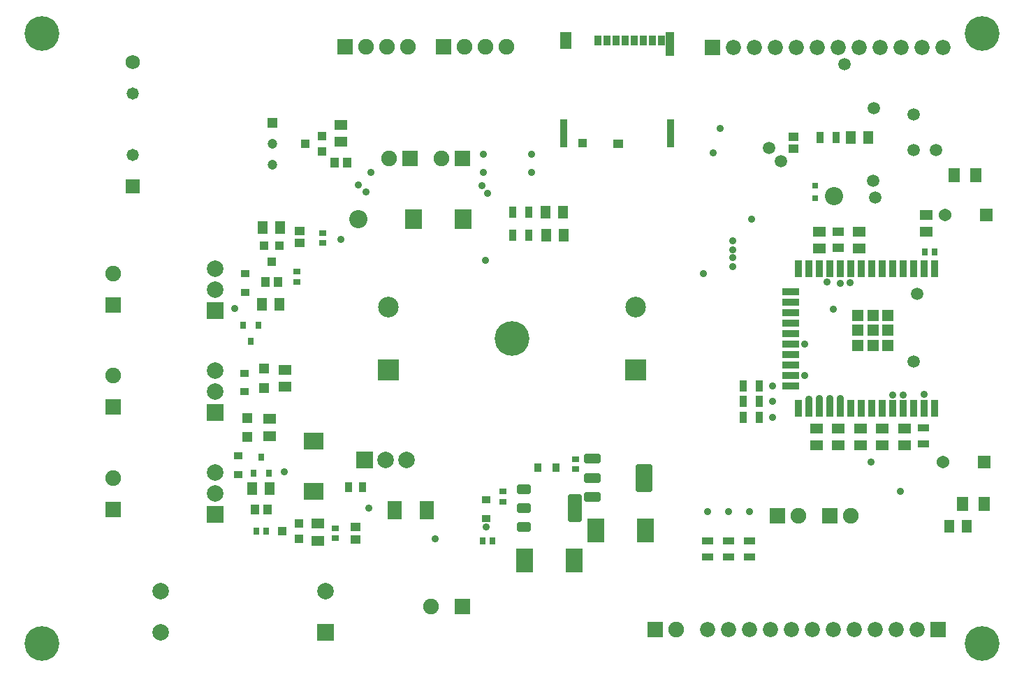
<source format=gts>
G04*
G04 #@! TF.GenerationSoftware,Altium Limited,Altium Designer,22.7.1 (60)*
G04*
G04 Layer_Color=8388736*
%FSLAX44Y44*%
%MOMM*%
G71*
G04*
G04 #@! TF.SameCoordinates,C135ED8F-C31E-46FA-BF74-57CE0E3476C4*
G04*
G04*
G04 #@! TF.FilePolarity,Negative*
G04*
G01*
G75*
%ADD14R,1.4082X1.0065*%
%ADD15R,1.5082X1.2065*%
%ADD18R,0.9500X1.4500*%
%ADD19R,0.7500X0.9000*%
%ADD20R,1.4000X1.8000*%
%ADD22R,1.4500X0.9500*%
%ADD23R,1.2065X1.5082*%
%ADD25R,1.0046X1.2621*%
%ADD26R,0.9000X2.0000*%
%ADD27R,2.0000X0.9000*%
%ADD28R,1.3300X1.3300*%
%ADD29R,0.9000X0.7500*%
%ADD30R,1.2621X1.0046*%
%ADD31R,0.8000X0.9000*%
%ADD35R,2.0000X3.0000*%
%ADD36R,1.1500X1.1500*%
%ADD37R,2.3300X1.9900*%
%ADD38R,0.8065X1.3082*%
%ADD43R,0.8000X0.8000*%
%ADD44R,1.7145X2.1844*%
%ADD45R,1.9900X2.3300*%
G04:AMPARAMS|DCode=49|XSize=1.1032mm|YSize=1.9532mm|CornerRadius=0.1511mm|HoleSize=0mm|Usage=FLASHONLY|Rotation=90.000|XOffset=0mm|YOffset=0mm|HoleType=Round|Shape=RoundedRectangle|*
%AMROUNDEDRECTD49*
21,1,1.1032,1.6510,0,0,90.0*
21,1,0.8010,1.9532,0,0,90.0*
1,1,0.3022,0.8255,0.4005*
1,1,0.3022,0.8255,-0.4005*
1,1,0.3022,-0.8255,-0.4005*
1,1,0.3022,-0.8255,0.4005*
%
%ADD49ROUNDEDRECTD49*%
G04:AMPARAMS|DCode=50|XSize=3.4032mm|YSize=1.9532mm|CornerRadius=0.1541mm|HoleSize=0mm|Usage=FLASHONLY|Rotation=90.000|XOffset=0mm|YOffset=0mm|HoleType=Round|Shape=RoundedRectangle|*
%AMROUNDEDRECTD50*
21,1,3.4032,1.6450,0,0,90.0*
21,1,3.0950,1.9532,0,0,90.0*
1,1,0.3082,0.8225,1.5475*
1,1,0.3082,0.8225,-1.5475*
1,1,0.3082,-0.8225,-1.5475*
1,1,0.3082,-0.8225,1.5475*
%
%ADD50ROUNDEDRECTD50*%
%ADD51R,1.0332X0.8332*%
%ADD52R,1.1032X1.0032*%
%ADD53R,1.0032X1.1032*%
G04:AMPARAMS|DCode=54|XSize=3.3532mm|YSize=1.6532mm|CornerRadius=0.1524mm|HoleSize=0mm|Usage=FLASHONLY|Rotation=90.000|XOffset=0mm|YOffset=0mm|HoleType=Round|Shape=RoundedRectangle|*
%AMROUNDEDRECTD54*
21,1,3.3532,1.3485,0,0,90.0*
21,1,3.0485,1.6532,0,0,90.0*
1,1,0.3047,0.6743,1.5243*
1,1,0.3047,0.6743,-1.5243*
1,1,0.3047,-0.6743,-1.5243*
1,1,0.3047,-0.6743,1.5243*
%
%ADD54ROUNDEDRECTD54*%
G04:AMPARAMS|DCode=55|XSize=1.1032mm|YSize=1.6532mm|CornerRadius=0.1511mm|HoleSize=0mm|Usage=FLASHONLY|Rotation=90.000|XOffset=0mm|YOffset=0mm|HoleType=Round|Shape=RoundedRectangle|*
%AMROUNDEDRECTD55*
21,1,1.1032,1.3510,0,0,90.0*
21,1,0.8010,1.6532,0,0,90.0*
1,1,0.3022,0.6755,0.4005*
1,1,0.3022,0.6755,-0.4005*
1,1,0.3022,-0.6755,-0.4005*
1,1,0.3022,-0.6755,0.4005*
%
%ADD55ROUNDEDRECTD55*%
%ADD56R,0.9032X1.3032*%
%ADD57R,1.0632X3.0032*%
%ADD58R,0.9032X3.5032*%
%ADD59R,1.3432X2.0332*%
%ADD60R,1.1032X1.1332*%
%ADD61R,1.2532X0.9832*%
%ADD62R,0.8332X1.0332*%
%ADD63R,2.5000X2.5000*%
%ADD64C,2.5000*%
%ADD65C,1.5406*%
%ADD66R,1.5406X1.5406*%
%ADD67C,1.2000*%
%ADD68R,1.2000X1.2000*%
%ADD69R,1.7500X1.7500*%
%ADD70C,1.7500*%
%ADD71C,1.8400*%
%ADD72R,1.8400X1.8400*%
%ADD73C,1.9032*%
%ADD74R,1.9032X1.9032*%
%ADD75R,1.9032X1.9032*%
%ADD76R,2.0000X2.0000*%
%ADD77C,2.0000*%
%ADD78R,2.0000X2.0000*%
%ADD79C,4.2032*%
%ADD80C,1.5032*%
%ADD81C,0.9032*%
%ADD82C,2.2032*%
%ADD83C,1.4732*%
D14*
X995680Y529478D02*
D03*
Y510461D02*
D03*
D15*
X972820Y529939D02*
D03*
Y508921D02*
D03*
X1075690Y270161D02*
D03*
Y291179D02*
D03*
X1049020Y270161D02*
D03*
Y291179D02*
D03*
X1022350D02*
D03*
Y270161D02*
D03*
X995680Y291179D02*
D03*
Y270161D02*
D03*
X969010Y291179D02*
D03*
Y270161D02*
D03*
X1102360Y550259D02*
D03*
Y529241D02*
D03*
X392430Y638461D02*
D03*
Y659479D02*
D03*
X364490Y154591D02*
D03*
Y175609D02*
D03*
X325120Y341281D02*
D03*
Y362299D02*
D03*
X306070Y302609D02*
D03*
Y281591D02*
D03*
X1021080Y529939D02*
D03*
Y508921D02*
D03*
D18*
X880520Y342900D02*
D03*
X900020D02*
D03*
X880520Y304800D02*
D03*
X900020D02*
D03*
X880520Y323850D02*
D03*
X900020D02*
D03*
X620620Y525780D02*
D03*
X601120D02*
D03*
X620620Y553720D02*
D03*
X601120D02*
D03*
X973230Y643890D02*
D03*
X992730D02*
D03*
D19*
X1100170Y505460D02*
D03*
X1112170D02*
D03*
X576230Y154940D02*
D03*
X564230D02*
D03*
X301910Y166370D02*
D03*
X289910D02*
D03*
D20*
X1146510Y199390D02*
D03*
X1172510D02*
D03*
X1162350Y598170D02*
D03*
X1136350D02*
D03*
D22*
X1098550Y272190D02*
D03*
Y291690D02*
D03*
X887730Y154530D02*
D03*
Y135030D02*
D03*
X862330Y154530D02*
D03*
Y135030D02*
D03*
X836930Y154530D02*
D03*
Y135030D02*
D03*
D23*
X1150969Y172720D02*
D03*
X1129951D02*
D03*
X641350Y525780D02*
D03*
X662367D02*
D03*
X641001Y553720D02*
D03*
X662019D02*
D03*
X317849Y441960D02*
D03*
X296831D02*
D03*
X306419Y218440D02*
D03*
X285401D02*
D03*
X1031589Y643890D02*
D03*
X298101Y534670D02*
D03*
X319119D02*
D03*
X1010571Y643890D02*
D03*
D25*
X384922Y613410D02*
D03*
X399938D02*
D03*
X303418Y193040D02*
D03*
X288402D02*
D03*
X301214Y468630D02*
D03*
X316230D02*
D03*
D26*
X1112600Y485000D02*
D03*
X1099900D02*
D03*
X1087200D02*
D03*
X1074500D02*
D03*
X1061800D02*
D03*
X1049100D02*
D03*
X1036400D02*
D03*
X1023700D02*
D03*
X1011000D02*
D03*
X998300D02*
D03*
X985600D02*
D03*
X972900D02*
D03*
X960200D02*
D03*
X947500D02*
D03*
Y315000D02*
D03*
X960200D02*
D03*
X972900D02*
D03*
X985600D02*
D03*
X998300D02*
D03*
X1011000D02*
D03*
X1023700D02*
D03*
X1036400D02*
D03*
X1049100D02*
D03*
X1061800D02*
D03*
X1074500D02*
D03*
X1087200D02*
D03*
X1099900D02*
D03*
X1112600D02*
D03*
D27*
X937500Y457150D02*
D03*
Y444450D02*
D03*
Y431750D02*
D03*
Y419050D02*
D03*
Y406350D02*
D03*
Y393650D02*
D03*
Y380950D02*
D03*
Y368250D02*
D03*
Y355550D02*
D03*
Y342850D02*
D03*
D28*
X1055950Y428350D02*
D03*
Y410000D02*
D03*
Y391650D02*
D03*
X1037600Y428350D02*
D03*
Y410000D02*
D03*
Y391650D02*
D03*
X1019250Y428350D02*
D03*
Y410000D02*
D03*
Y391650D02*
D03*
D29*
X386080Y157830D02*
D03*
Y169830D02*
D03*
X676910Y253650D02*
D03*
Y241650D02*
D03*
X589280Y214280D02*
D03*
Y202280D02*
D03*
X339090Y468980D02*
D03*
Y480980D02*
D03*
X370840Y527970D02*
D03*
Y515970D02*
D03*
D30*
X410210Y156322D02*
D03*
Y171338D02*
D03*
X941070Y645048D02*
D03*
Y630032D02*
D03*
X342900Y530860D02*
D03*
Y515844D02*
D03*
D31*
X283210Y396400D02*
D03*
X292710Y416400D02*
D03*
X273710D02*
D03*
X286410Y236380D02*
D03*
X305410D02*
D03*
X295910Y256380D02*
D03*
D35*
X675160Y130810D02*
D03*
X615160D02*
D03*
X761520Y167640D02*
D03*
X701520D02*
D03*
D36*
X299720Y363540D02*
D03*
Y340041D02*
D03*
X279400Y280350D02*
D03*
Y303850D02*
D03*
D37*
X359410Y215010D02*
D03*
Y275210D02*
D03*
D38*
X401701Y219710D02*
D03*
X418719D02*
D03*
D43*
X967740Y570350D02*
D03*
Y585350D02*
D03*
D44*
X496888Y191770D02*
D03*
X458153D02*
D03*
D45*
X540640Y544830D02*
D03*
X480440D02*
D03*
D49*
X697730Y254140D02*
D03*
Y231140D02*
D03*
Y208140D02*
D03*
D50*
X760230Y231140D02*
D03*
D51*
X568960Y204190D02*
D03*
Y181890D02*
D03*
X276860Y456210D02*
D03*
Y478510D02*
D03*
X267970Y235230D02*
D03*
Y257530D02*
D03*
X275590Y335560D02*
D03*
Y357860D02*
D03*
D52*
X369410Y626770D02*
D03*
X349410Y636270D02*
D03*
X369410Y645770D02*
D03*
X321470Y166370D02*
D03*
X341470Y175870D02*
D03*
Y156870D02*
D03*
D53*
X318110Y512920D02*
D03*
X308610Y492920D02*
D03*
X299110Y512920D02*
D03*
D54*
X675910Y194310D02*
D03*
D55*
X614410D02*
D03*
Y171310D02*
D03*
Y217310D02*
D03*
D56*
X758835Y762000D02*
D03*
X703835D02*
D03*
X714835D02*
D03*
X725835D02*
D03*
X736835D02*
D03*
X747835D02*
D03*
X769835D02*
D03*
X780835D02*
D03*
D57*
X791635Y757000D02*
D03*
D58*
X792435Y649200D02*
D03*
X662835D02*
D03*
D59*
X665035Y761850D02*
D03*
D60*
X685935Y637350D02*
D03*
D61*
X728585Y636600D02*
D03*
D62*
X653770Y243066D02*
D03*
X631470D02*
D03*
D63*
X450000Y361900D02*
D03*
X750000D02*
D03*
D64*
X450000Y438100D02*
D03*
X750000D02*
D03*
D65*
X1124981Y550000D02*
D03*
X1122441Y250000D02*
D03*
D66*
X1175019Y550000D02*
D03*
X1172479Y250000D02*
D03*
D67*
X309830Y610870D02*
D03*
Y636270D02*
D03*
D68*
Y661670D02*
D03*
D69*
X140000Y585000D02*
D03*
D70*
Y735000D02*
D03*
D71*
X1122830Y753110D02*
D03*
X1097430D02*
D03*
X1072030D02*
D03*
X1046630D02*
D03*
X1021230D02*
D03*
X995830D02*
D03*
X970430D02*
D03*
X945030D02*
D03*
X919630D02*
D03*
X894230D02*
D03*
X868830D02*
D03*
X938530Y46990D02*
D03*
X836930D02*
D03*
X862330D02*
D03*
X887730D02*
D03*
X989330D02*
D03*
X1014730D02*
D03*
X1040130D02*
D03*
X1065530D02*
D03*
X1090930D02*
D03*
X963930D02*
D03*
X913130D02*
D03*
D72*
X843430Y753110D02*
D03*
X1116330Y46990D02*
D03*
D73*
X116840Y478790D02*
D03*
Y231140D02*
D03*
X501650Y74830D02*
D03*
X798830Y46990D02*
D03*
X514350Y618490D02*
D03*
X450850D02*
D03*
X947420Y185420D02*
D03*
X1010920D02*
D03*
X542290Y754380D02*
D03*
X567690D02*
D03*
X593090D02*
D03*
X422910D02*
D03*
X448310D02*
D03*
X473710D02*
D03*
X116840Y354965D02*
D03*
D74*
Y440690D02*
D03*
Y193040D02*
D03*
Y316865D02*
D03*
D75*
X539750Y74830D02*
D03*
X773430Y46990D02*
D03*
X539750Y618490D02*
D03*
X476250D02*
D03*
X922020Y185420D02*
D03*
X985520D02*
D03*
X516890Y754380D02*
D03*
X397510D02*
D03*
D76*
X239780Y434340D02*
D03*
Y310515D02*
D03*
Y186690D02*
D03*
X374320Y43580D02*
D03*
D77*
X239780Y459740D02*
D03*
Y485140D02*
D03*
Y335915D02*
D03*
Y361315D02*
D03*
Y212090D02*
D03*
Y237490D02*
D03*
X447040Y252980D02*
D03*
X472440D02*
D03*
X174320Y93580D02*
D03*
Y43580D02*
D03*
X374320Y93580D02*
D03*
D78*
X421640Y252980D02*
D03*
D79*
X1170000Y770000D02*
D03*
X30000D02*
D03*
Y30480D02*
D03*
X600000Y400000D02*
D03*
X1170000Y30000D02*
D03*
D80*
X1113790Y628650D02*
D03*
X1040130Y571500D02*
D03*
X1037590Y591820D02*
D03*
X1038860Y679450D02*
D03*
X1090930Y454660D02*
D03*
X1003300Y732790D02*
D03*
X925830Y615020D02*
D03*
X911860Y631190D02*
D03*
X1087120Y671830D02*
D03*
Y628650D02*
D03*
Y372110D02*
D03*
D81*
X1035050Y250190D02*
D03*
X506730Y157480D02*
D03*
X1010190Y467690D02*
D03*
X852170Y655320D02*
D03*
X843660Y625220D02*
D03*
X890270Y544830D02*
D03*
X998220Y467360D02*
D03*
X982040Y468690D02*
D03*
X1074420Y331470D02*
D03*
X989330Y435610D02*
D03*
X960120Y326646D02*
D03*
X915670Y342900D02*
D03*
X955040Y355600D02*
D03*
X1061720Y331470D02*
D03*
X867321Y518249D02*
D03*
X867410Y508000D02*
D03*
X867499Y497929D02*
D03*
X831850Y478790D02*
D03*
X565150Y623570D02*
D03*
Y601980D02*
D03*
X623570Y623570D02*
D03*
X567690Y495300D02*
D03*
X392430Y520700D02*
D03*
X414020Y586740D02*
D03*
X867410Y487680D02*
D03*
X915670Y323850D02*
D03*
X985600Y326970D02*
D03*
X998300D02*
D03*
X972900D02*
D03*
X915670Y304800D02*
D03*
X1099820Y332740D02*
D03*
X623570Y601980D02*
D03*
X568960Y171450D02*
D03*
X429260Y601980D02*
D03*
X422910Y577850D02*
D03*
X264160Y436880D02*
D03*
X323850Y238760D02*
D03*
X1070390Y214740D02*
D03*
X955040Y393700D02*
D03*
X887730Y190500D02*
D03*
X862330D02*
D03*
X836930D02*
D03*
X426720Y194310D02*
D03*
X563880Y585160D02*
D03*
X570230Y576580D02*
D03*
D82*
X990600Y572770D02*
D03*
X414020Y544830D02*
D03*
D83*
X140000Y697500D02*
D03*
Y622500D02*
D03*
M02*

</source>
